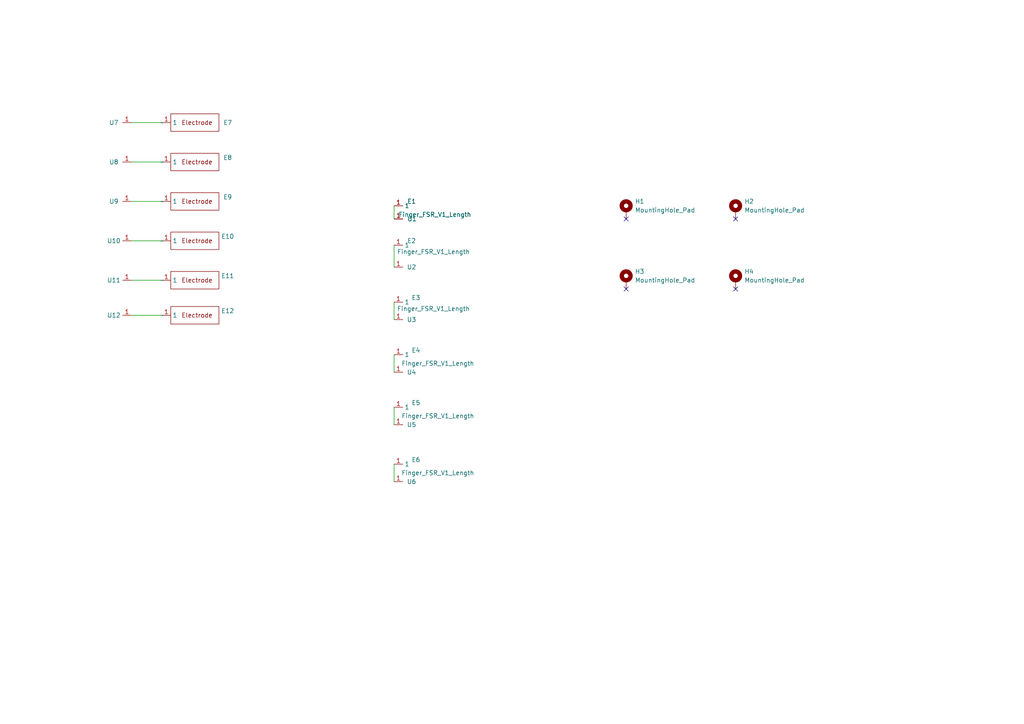
<source format=kicad_sch>
(kicad_sch (version 20230121) (generator eeschema)
  (paper "A4")
  (lib_symbols
    (symbol "MasterThesis_library:Electrode"
      (property "Reference" "E" (at -1.27 2.54 0))
      (symbol "Electrode_0_1"
        (rectangle (start 2.54 2.54) (end 16.51 -2.54))
      )
      (symbol "Electrode_1_1"
        (text "Electrode" (at 10.16 0 0) (effects (font (size 1.27 1.27))))
        (pin bidirectional line (at 0 0 0) (length 2.54) (name "1") (number "1"))
      )
    )
    (symbol "MasterThesis_library:Finger_FSR_V1_Length"
      (property "Reference" "E" (at 0 0 0))
      (property "Value" "Finger_FSR_V1_Length" (at 0 -5.715 0))
      (symbol "Finger_FSR_V1_Length_1_1"
        (pin bidirectional line (at 0 -3.175 0) (length 2.54) (name "1") (number "1"))
      )
    )
    (symbol "MasterThesis_library:pad"
      (property "Reference" "U" (at -1.27 2.54 0))
      (symbol "pad_1_1"
        (pin passive line (at 0 0 0) (length 2.54) (name "") (number "1"))
      )
    )
    (symbol "Mechanical:MountingHole_Pad" (pin_numbers hide) (pin_names (offset 1.016) hide)
      (property "Reference" "H" (at 0 6.35 0))
      (property "Value" "MountingHole_Pad" (at 0 4.445 0))
      (symbol "MountingHole_Pad_0_1"
        (circle (center 0 1.27) (radius 1.27) (stroke (width 1.27)))
      )
      (symbol "MountingHole_Pad_1_1"
        (pin input line (at 0 -2.54 90) (length 2.54) (name "1") (number "1"))
      )
    )
  )
  (no_connect (at 213.36 63.5))
  (no_connect (at 181.61 83.82))
  (no_connect (at 213.36 83.82))
  (no_connect (at 181.61 63.5))
  (wire (pts (xy 114.3 118.11) (xy 114.3 123.19)))
  (wire (pts (xy 114.3 71.12) (xy 114.3 77.47)))
  (wire (pts (xy 38.1 46.99) (xy 46.99 46.99)))
  (wire (pts (xy 114.3 134.62) (xy 114.3 139.7)))
  (wire (pts (xy 38.1 81.28) (xy 46.99 81.28)))
  (wire (pts (xy 38.1 35.56) (xy 46.99 35.56)))
  (wire (pts (xy 114.3 59.69) (xy 114.3 63.5)))
  (wire (pts (xy 114.3 87.63) (xy 114.3 92.71)))
  (wire (pts (xy 38.1 91.44) (xy 46.99 91.44)))
  (wire (pts (xy 38.1 69.85) (xy 46.99 69.85)))
  (wire (pts (xy 38.1 58.42) (xy 46.99 58.42)))
  (wire (pts (xy 114.3 102.87) (xy 114.3 107.95)))
  (symbol (lib_id "Mechanical:MountingHole_Pad") (at 213.36 60.96 0) (unit 1)
    (property "Reference" "H2" (at 215.9 58.42 0) (effects (justify left)))
    (property "Value" "MountingHole_Pad" (at 215.9 60.96 0) (effects (justify left)))
    (property "Footprint" "MountingHole:MountingHole_2.2mm_M2_DIN965_Pad" (effects hide))
  )
  (symbol (lib_id "MasterThesis_library:pad") (at 38.1 91.44 180) (unit 1)
    (property "Reference" "U12" (at 33.02 91.44 0))
    (property "Value" "pad" (effects hide))
    (property "Footprint" "MasterThesis_library:Long_pad" (effects hide))
  )
  (symbol (lib_id "MasterThesis_library:Finger_FSR_V1_Length") (at 114.3 56.515 0) (unit 1)
    (property "Reference" "E1" (at 118.11 58.42 0) (effects (justify left)))
    (property "Value" "Finger_FSR_V1_Length" (at 115.57 62.23 0) (effects (justify left)))
    (property "Footprint" "MasterThesis_library:Finger_FSR_V1_Length" (effects hide))
  )
  (symbol (lib_id "MasterThesis_library:pad") (at 38.1 46.99 180) (unit 1)
    (property "Reference" "U8" (at 33.02 46.99 0))
    (property "Value" "pad" (effects hide))
    (property "Footprint" "MasterThesis_library:Long_pad" (effects hide))
  )
  (symbol (lib_id "MasterThesis_library:pad") (at 38.1 58.42 180) (unit 1)
    (property "Reference" "U9" (at 33.02 58.42 0))
    (property "Value" "pad" (effects hide))
    (property "Footprint" "MasterThesis_library:Long_pad" (effects hide))
  )
  (symbol (lib_id "MasterThesis_library:Electrode") (at 46.99 46.99 0) (unit 1)
    (property "Reference" "E8" (at 66.04 45.72 0))
    (property "Value" "~" (at 46.99 46.99 0))
    (property "Footprint" "MasterThesis_library:Electrode" (effects hide))
  )
  (symbol (lib_id "MasterThesis_library:pad") (at 114.3 63.5 0) (unit 1)
    (property "Reference" "U1" (at 118.11 63.5 0) (effects (justify left)))
    (property "Value" "pad" (effects hide))
    (property "Footprint" "MasterThesis_library:pad" (effects hide))
  )
  (symbol (lib_id "MasterThesis_library:Finger_FSR_V1_Length") (at 114.3 99.695 0) (unit 1)
    (property "Reference" "E4" (at 120.65 101.6 0))
    (property "Value" "Finger_FSR_V1_Length" (at 127 105.41 0))
    (property "Footprint" "MasterThesis_library:Finger_FSR_V1_Length" (effects hide))
  )
  (symbol (lib_id "MasterThesis_library:Electrode") (at 46.99 81.28 0) (unit 1)
    (property "Reference" "E11" (at 66.04 80.01 0))
    (property "Value" "~" (at 46.99 81.28 0))
    (property "Footprint" "MasterThesis_library:Electrode" (effects hide))
  )
  (symbol (lib_id "MasterThesis_library:Electrode") (at 46.99 35.56 0) (unit 1)
    (property "Reference" "E7" (at 64.77 35.56 0) (effects (justify left)))
    (property "Value" "~" (at 46.99 35.56 0))
    (property "Footprint" "MasterThesis_library:Electrode" (effects hide))
  )
  (symbol (lib_id "MasterThesis_library:Finger_FSR_V1_Length") (at 114.3 114.935 0) (unit 1)
    (property "Reference" "E5" (at 120.65 116.84 0))
    (property "Value" "Finger_FSR_V1_Length" (at 127 120.65 0))
    (property "Footprint" "MasterThesis_library:Finger_FSR_V1_Length" (effects hide))
  )
  (symbol (lib_id "Mechanical:MountingHole_Pad") (at 181.61 60.96 0) (unit 1)
    (property "Reference" "H1" (at 184.15 58.42 0) (effects (justify left)))
    (property "Value" "MountingHole_Pad" (at 184.15 60.96 0) (effects (justify left)))
    (property "Footprint" "MountingHole:MountingHole_2.2mm_M2_DIN965_Pad" (effects hide))
  )
  (symbol (lib_id "MasterThesis_library:pad") (at 114.3 107.95 0) (unit 1)
    (property "Reference" "U4" (at 119.38 107.95 0))
    (property "Value" "pad" (effects hide))
    (property "Footprint" "MasterThesis_library:pad" (effects hide))
  )
  (symbol (lib_id "MasterThesis_library:Electrode") (at 46.99 58.42 0) (unit 1)
    (property "Reference" "E9" (at 66.04 57.15 0))
    (property "Value" "~" (at 46.99 58.42 0))
    (property "Footprint" "MasterThesis_library:Electrode" (effects hide))
  )
  (symbol (lib_id "MasterThesis_library:pad") (at 114.3 123.19 0) (unit 1)
    (property "Reference" "U5" (at 119.38 123.19 0))
    (property "Value" "pad" (effects hide))
    (property "Footprint" "MasterThesis_library:pad" (effects hide))
  )
  (symbol (lib_id "MasterThesis_library:pad") (at 38.1 69.85 180) (unit 1)
    (property "Reference" "U10" (at 33.02 69.85 0))
    (property "Value" "pad" (effects hide))
    (property "Footprint" "MasterThesis_library:Long_pad" (effects hide))
  )
  (symbol (lib_id "MasterThesis_library:Electrode") (at 46.99 91.44 0) (unit 1)
    (property "Reference" "E12" (at 66.04 90.17 0))
    (property "Value" "~" (at 46.99 91.44 0))
    (property "Footprint" "MasterThesis_library:Electrode" (effects hide))
  )
  (symbol (lib_id "MasterThesis_library:pad") (at 114.3 92.71 0) (unit 1)
    (property "Reference" "U3" (at 119.38 92.71 0))
    (property "Value" "pad" (effects hide))
    (property "Footprint" "MasterThesis_library:pad" (effects hide))
  )
  (symbol (lib_id "Mechanical:MountingHole_Pad") (at 213.36 81.28 0) (unit 1)
    (property "Reference" "H4" (at 215.9 78.74 0) (effects (justify left)))
    (property "Value" "MountingHole_Pad" (at 215.9 81.28 0) (effects (justify left)))
    (property "Footprint" "MountingHole:MountingHole_2.2mm_M2_DIN965_Pad" (effects hide))
  )
  (symbol (lib_id "MasterThesis_library:pad") (at 38.1 35.56 180) (unit 1)
    (property "Reference" "U7" (at 33.02 35.56 0))
    (property "Value" "pad" (effects hide))
    (property "Footprint" "MasterThesis_library:Long_pad" (effects hide))
  )
  (symbol (lib_id "MasterThesis_library:Finger_FSR_V1_Length") (at 114.3 131.445 0) (unit 1)
    (property "Reference" "E6" (at 120.65 133.35 0))
    (property "Value" "Finger_FSR_V1_Length" (at 127 137.16 0))
    (property "Footprint" "MasterThesis_library:Finger_FSR_V1_Length" (effects hide))
  )
  (symbol (lib_id "MasterThesis_library:Finger_FSR_V1_Length") (at 114.3 67.945 0) (unit 1)
    (property "Reference" "E2" (at 119.38 69.85 0))
    (property "Value" "Finger_FSR_V1_Length" (at 125.73 73.025 0))
    (property "Footprint" "MasterThesis_library:Finger_FSR_V1_Length" (effects hide))
  )
  (symbol (lib_id "MasterThesis_library:Finger_FSR_V1_Length") (at 114.3 84.455 0) (unit 1)
    (property "Reference" "E3" (at 120.65 86.36 0))
    (property "Value" "Finger_FSR_V1_Length" (at 125.73 89.535 0))
    (property "Footprint" "MasterThesis_library:Finger_FSR_V1_Length" (effects hide))
  )
  (symbol (lib_id "MasterThesis_library:pad") (at 38.1 81.28 180) (unit 1)
    (property "Reference" "U11" (at 33.02 81.28 0))
    (property "Value" "pad" (effects hide))
    (property "Footprint" "MasterThesis_library:Long_pad" (effects hide))
  )
  (symbol (lib_id "MasterThesis_library:pad") (at 114.3 139.7 0) (unit 1)
    (property "Reference" "U6" (at 119.38 139.7 0))
    (property "Value" "pad" (effects hide))
    (property "Footprint" "MasterThesis_library:pad" (effects hide))
  )
  (symbol (lib_id "MasterThesis_library:pad") (at 114.3 77.47 0) (unit 1)
    (property "Reference" "U2" (at 119.38 77.47 0))
    (property "Value" "pad" (effects hide))
    (property "Footprint" "MasterThesis_library:pad" (effects hide))
  )
  (symbol (lib_id "Mechanical:MountingHole_Pad") (at 181.61 81.28 0) (unit 1)
    (property "Reference" "H3" (at 184.15 78.74 0) (effects (justify left)))
    (property "Value" "MountingHole_Pad" (at 184.15 81.28 0) (effects (justify left)))
    (property "Footprint" "MountingHole:MountingHole_2.2mm_M2_DIN965_Pad" (effects hide))
  )
  (symbol (lib_id "MasterThesis_library:Electrode") (at 46.99 69.85 0) (unit 1)
    (property "Reference" "E10" (at 66.04 68.58 0))
    (property "Value" "~" (at 46.99 69.85 0))
    (property "Footprint" "MasterThesis_library:Electrode" (effects hide))
  )
)
</source>
